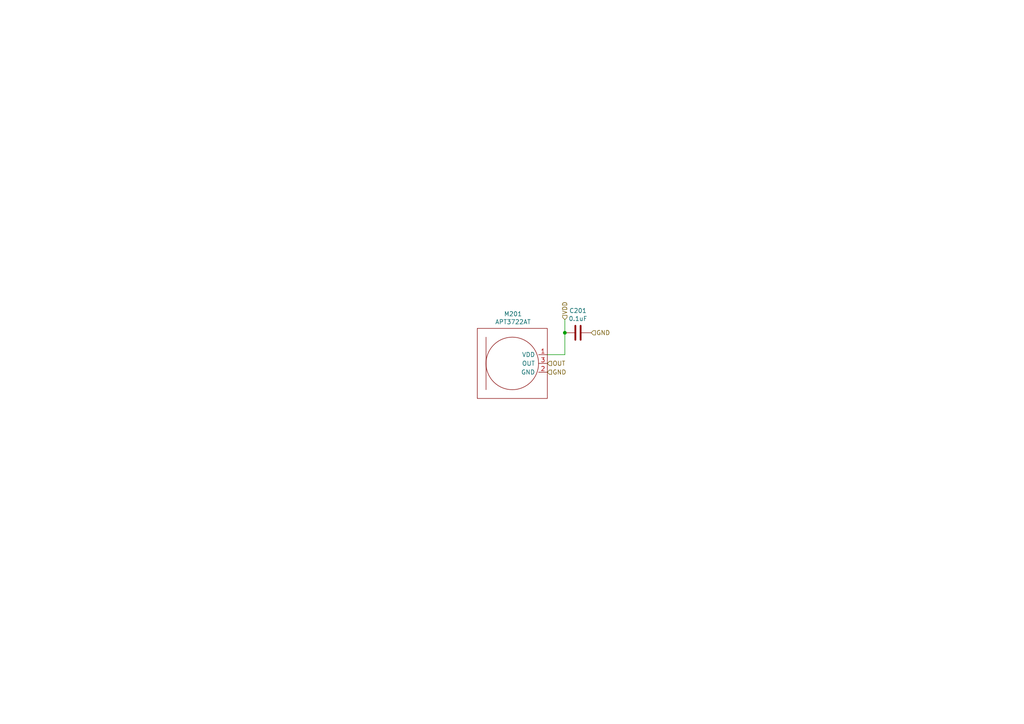
<source format=kicad_sch>
(kicad_sch (version 20211123) (generator eeschema)
  (paper "A4")
  (lib_symbols
    (symbol "Device:C" (pin_numbers hide) (pin_names (offset 0.254))
      (property "Reference" "C" (at 0.635 2.54 0))
      (property "Value" "C" (at 0.635 -2.54 0))
      (symbol "C_0_1"
        (polyline (pts (xy -2.032 -0.762) (xy 2.032 -0.762)) (stroke (width 0.508)))
        (polyline (pts (xy -2.032 0.762) (xy 2.032 0.762)) (stroke (width 0.508)))
      )
      (symbol "C_1_1"
        (pin passive line (at 0 3.81 270) (length 2.794) (name "~") (number "1"))
        (pin passive line (at 0 -3.81 90) (length 2.794) (name "~") (number "2"))
      )
    )
    (symbol "mic_breakout:APT3722AT" (pin_names (offset 1.016))
      (property "Reference" "M" (at -9.6012 11.2776 0))
      (property "Value" "APT3722AT" (at 4.7498 -9.0424 0))
      (symbol "APT3722AT_0_1"
        (rectangle (start -10.16 10.16) (end 10.16 -10.16))
        (polyline (pts (xy -7.62 7.62) (xy -7.62 -7.62)))
        (circle (center 0 0) (radius 7.62))
      )
      (symbol "APT3722AT_1_1"
        (pin unspecified line (at 10.16 2.54 180) (length 2.54) (name "VDD") (number "1"))
        (pin unspecified line (at 10.16 -2.54 180) (length 2.54) (name "GND") (number "2"))
        (pin unspecified line (at 10.16 0 180) (length 2.54) (name "OUT") (number "3"))
      )
    )
  )
  (junction (at 163.83 96.52))
  (wire (pts (xy 158.75 102.87) (xy 163.83 102.87)))
  (wire (pts (xy 163.83 102.87) (xy 163.83 96.52)))
  (wire (pts (xy 163.83 96.52) (xy 163.83 92.71)))
  (hierarchical_label "VDD" (shape input) (at 163.83 92.71 90))
  (hierarchical_label "GND" (shape input) (at 158.75 107.95 0))
  (hierarchical_label "GND" (shape input) (at 171.45 96.52 0))
  (hierarchical_label "OUT" (shape input) (at 158.75 105.41 0))
  (symbol (lib_id "Device:C") (at 167.64 96.52 270) (unit 1)
    (property "Reference" "C201" (at 167.64 90.1192 90))
    (property "Value" "0.1uF" (at 167.64 92.4306 90))
    (property "Footprint" "Capacitor_SMD:C_0603_1608Metric" (effects hide))
    (property "LCSC Part" "C14663" (effects hide))
  )
  (symbol (lib_id "mic_breakout:APT3722AT") (at 148.59 105.41 0) (unit 1)
    (property "Reference" "M201" (at 148.7932 91.059 0))
    (property "Value" "APT3722AT" (at 148.7932 93.3704 0))
    (property "Footprint" "mic_breakout:AP3722AT" (effects hide))
    (property "LCSC Part" "C918198" (effects hide))
  )
)
</source>
